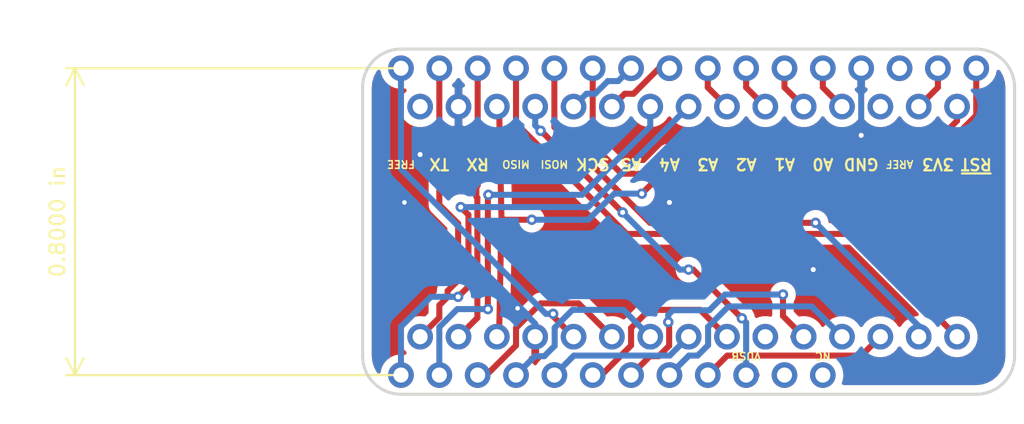
<source format=kicad_pcb>
(kicad_pcb (version 20171130) (host pcbnew 5.1.5-52549c5~84~ubuntu18.04.1)

  (general
    (thickness 1.6)
    (drawings 30)
    (tracks 183)
    (zones 0)
    (modules 4)
    (nets 32)
  )

  (page A4)
  (layers
    (0 F.Cu signal)
    (31 B.Cu signal)
    (32 B.Adhes user)
    (33 F.Adhes user)
    (34 B.Paste user)
    (35 F.Paste user)
    (36 B.SilkS user)
    (37 F.SilkS user)
    (38 B.Mask user)
    (39 F.Mask user)
    (40 Dwgs.User user)
    (41 Cmts.User user)
    (42 Eco1.User user)
    (43 Eco2.User user)
    (44 Edge.Cuts user)
    (45 Margin user)
    (46 B.CrtYd user)
    (47 F.CrtYd user)
    (48 B.Fab user)
    (49 F.Fab user)
  )

  (setup
    (last_trace_width 0.4)
    (user_trace_width 0.1524)
    (user_trace_width 0.2032)
    (user_trace_width 0.4)
    (user_trace_width 0.5)
    (user_trace_width 0.6096)
    (user_trace_width 0.8)
    (user_trace_width 1)
    (user_trace_width 2)
    (trace_clearance 0.1524)
    (zone_clearance 0.508)
    (zone_45_only no)
    (trace_min 0.1524)
    (via_size 0.6)
    (via_drill 0.3)
    (via_min_size 0.6)
    (via_min_drill 0.3)
    (uvia_size 0.6)
    (uvia_drill 0.3)
    (uvias_allowed no)
    (uvia_min_size 0.2)
    (uvia_min_drill 0.1)
    (edge_width 0.15)
    (segment_width 0.2)
    (pcb_text_width 0.3)
    (pcb_text_size 1.5 1.5)
    (mod_edge_width 0.15)
    (mod_text_size 1 1)
    (mod_text_width 0.15)
    (pad_size 1.524 1.524)
    (pad_drill 0.762)
    (pad_to_mask_clearance 0.0508)
    (solder_mask_min_width 0.25)
    (aux_axis_origin 0 0)
    (visible_elements FFFFFF7F)
    (pcbplotparams
      (layerselection 0x010fc_ffffffff)
      (usegerberextensions false)
      (usegerberattributes false)
      (usegerberadvancedattributes false)
      (creategerberjobfile false)
      (excludeedgelayer true)
      (linewidth 0.100000)
      (plotframeref false)
      (viasonmask false)
      (mode 1)
      (useauxorigin false)
      (hpglpennumber 1)
      (hpglpenspeed 20)
      (hpglpendiameter 15.000000)
      (psnegative false)
      (psa4output false)
      (plotreference true)
      (plotvalue true)
      (plotinvisibletext false)
      (padsonsilk false)
      (subtractmaskfromsilk false)
      (outputformat 1)
      (mirror false)
      (drillshape 1)
      (scaleselection 1)
      (outputdirectory ""))
  )

  (net 0 "")
  (net 1 /TX)
  (net 2 /RX)
  (net 3 /A3)
  (net 4 /A2)
  (net 5 /A1)
  (net 6 /A0)
  (net 7 GND)
  (net 8 /AREF)
  (net 9 +3V3)
  (net 10 /EN)
  (net 11 /VBAT)
  (net 12 /~RESET)
  (net 13 /A6)
  (net 14 /A7)
  (net 15 /SCK-D13)
  (net 16 /D2)
  (net 17 +5V)
  (net 18 /D10)
  (net 19 /D9)
  (net 20 /D8)
  (net 21 /D7)
  (net 22 /D6)
  (net 23 /D5)
  (net 24 /D3)
  (net 25 /SCL-A5)
  (net 26 /SDA-A4)
  (net 27 /D4)
  (net 28 /NC)
  (net 29 /D11-MOSI)
  (net 30 /D12-MISO)
  (net 31 /VIN)

  (net_class Default "This is the default net class."
    (clearance 0.1524)
    (trace_width 0.1524)
    (via_dia 0.6)
    (via_drill 0.3)
    (uvia_dia 0.6)
    (uvia_drill 0.3)
    (diff_pair_width 0.1524)
    (diff_pair_gap 0.1524)
    (add_net +3V3)
    (add_net +5V)
    (add_net /A0)
    (add_net /A1)
    (add_net /A2)
    (add_net /A3)
    (add_net /A6)
    (add_net /A7)
    (add_net /AREF)
    (add_net /D10)
    (add_net /D11-MOSI)
    (add_net /D12-MISO)
    (add_net /D2)
    (add_net /D3)
    (add_net /D4)
    (add_net /D5)
    (add_net /D6)
    (add_net /D7)
    (add_net /D8)
    (add_net /D9)
    (add_net /EN)
    (add_net /NC)
    (add_net /RX)
    (add_net /SCK-D13)
    (add_net /SCL-A5)
    (add_net /SDA-A4)
    (add_net /TX)
    (add_net /VBAT)
    (add_net /VIN)
    (add_net /~RESET)
    (add_net GND)
  )

  (net_class Power ""
    (clearance 0.1524)
    (trace_width 0.6096)
    (via_dia 0.6858)
    (via_drill 0.3302)
    (uvia_dia 0.762)
    (uvia_drill 0.508)
  )

  (module Feather_Nano_Brealout:PinSocket_1x15_P2.54mm_Vertical (layer F.Cu) (tedit 5E06CC47) (tstamp 5E06E715)
    (at 123.825 99.06 90)
    (descr "Through hole straight socket strip, 1x15, 2.54mm pitch, single row (from Kicad 4.0.7), script generated")
    (tags "Through hole socket strip THT 1x15 2.54mm single row")
    (path /5E06C052)
    (fp_text reference J3 (at 0 -2.77 90) (layer F.Fab) hide
      (effects (font (size 1 1) (thickness 0.15)))
    )
    (fp_text value Conn_01x15 (at 0 38.33 90) (layer F.Fab) hide
      (effects (font (size 1 1) (thickness 0.15)))
    )
    (fp_text user %R (at 0 17.78 180) (layer F.Fab)
      (effects (font (size 1 1) (thickness 0.15)))
    )
    (fp_line (start -1.27 36.83) (end -1.27 -1.27) (layer F.Fab) (width 0.1))
    (fp_line (start 1.27 36.83) (end -1.27 36.83) (layer F.Fab) (width 0.1))
    (fp_line (start 1.27 -0.635) (end 1.27 36.83) (layer F.Fab) (width 0.1))
    (fp_line (start 0.635 -1.27) (end 1.27 -0.635) (layer F.Fab) (width 0.1))
    (fp_line (start -1.27 -1.27) (end 0.635 -1.27) (layer F.Fab) (width 0.1))
    (pad 15 thru_hole oval (at 0 35.56 90) (size 1.7 1.7) (drill 1) (layers *.Cu *.Mask)
      (net 30 /D12-MISO))
    (pad 14 thru_hole oval (at 0 33.02 90) (size 1.7 1.7) (drill 1) (layers *.Cu *.Mask)
      (net 29 /D11-MOSI))
    (pad 13 thru_hole oval (at 0 30.48 90) (size 1.7 1.7) (drill 1) (layers *.Cu *.Mask)
      (net 18 /D10))
    (pad 12 thru_hole oval (at 0 27.94 90) (size 1.7 1.7) (drill 1) (layers *.Cu *.Mask)
      (net 19 /D9))
    (pad 11 thru_hole oval (at 0 25.4 90) (size 1.7 1.7) (drill 1) (layers *.Cu *.Mask)
      (net 20 /D8))
    (pad 10 thru_hole oval (at 0 22.86 90) (size 1.7 1.7) (drill 1) (layers *.Cu *.Mask)
      (net 21 /D7))
    (pad 9 thru_hole oval (at 0 20.32 90) (size 1.7 1.7) (drill 1) (layers *.Cu *.Mask)
      (net 22 /D6))
    (pad 8 thru_hole oval (at 0 17.78 90) (size 1.7 1.7) (drill 1) (layers *.Cu *.Mask)
      (net 23 /D5))
    (pad 7 thru_hole oval (at 0 15.24 90) (size 1.7 1.7) (drill 1) (layers *.Cu *.Mask)
      (net 27 /D4))
    (pad 6 thru_hole oval (at 0 12.7 90) (size 1.7 1.7) (drill 1) (layers *.Cu *.Mask)
      (net 24 /D3))
    (pad 5 thru_hole oval (at 0 10.16 90) (size 1.7 1.7) (drill 1) (layers *.Cu *.Mask)
      (net 16 /D2))
    (pad 4 thru_hole oval (at 0 7.62 90) (size 1.7 1.7) (drill 1) (layers *.Cu *.Mask)
      (net 7 GND))
    (pad 3 thru_hole oval (at 0 5.08 90) (size 1.7 1.7) (drill 1) (layers *.Cu *.Mask)
      (net 12 /~RESET))
    (pad 2 thru_hole oval (at 0 2.54 90) (size 1.7 1.7) (drill 1) (layers *.Cu *.Mask)
      (net 2 /RX))
    (pad 1 thru_hole circle (at 0 0 90) (size 1.7 1.7) (drill 1) (layers *.Cu *.Mask)
      (net 1 /TX))
    (model ${KISYS3DMOD}/Connector_PinSocket_2.54mm.3dshapes/PinSocket_1x15_P2.54mm_Vertical.wrl
      (at (xyz 0 0 0))
      (scale (xyz 1 1 1))
      (rotate (xyz 0 0 0))
    )
    (model "${KISYS3DMOD}/Module.3dshapes/Arduino Nano 33 IoT.stp"
      (offset (xyz 7.5 -17.5 10.5))
      (scale (xyz 1 1 1))
      (rotate (xyz -90 0 0))
    )
    (model ${KISYS3DMOD}/Connector_PinHeader_2.54mm.3dshapes/PinHeader_1x15_P2.54mm_Vertical.wrl
      (offset (xyz 0 0 9.6))
      (scale (xyz 1 1 1))
      (rotate (xyz 0 180 0))
    )
  )

  (module Feather_Nano_Brealout:PinSocket_1x15_P2.54mm_Vertical (layer F.Cu) (tedit 5E06CC47) (tstamp 5E06E730)
    (at 123.825 83.82 90)
    (descr "Through hole straight socket strip, 1x15, 2.54mm pitch, single row (from Kicad 4.0.7), script generated")
    (tags "Through hole socket strip THT 1x15 2.54mm single row")
    (path /5E070545)
    (fp_text reference J4 (at 0 -2.77 90) (layer F.Fab) hide
      (effects (font (size 1 1) (thickness 0.15)))
    )
    (fp_text value Conn_01x15 (at 0 38.33 90) (layer F.Fab) hide
      (effects (font (size 1 1) (thickness 0.15)))
    )
    (fp_text user %R (at 0 17.78 180) (layer F.Fab)
      (effects (font (size 1 1) (thickness 0.15)))
    )
    (fp_line (start -1.27 36.83) (end -1.27 -1.27) (layer F.Fab) (width 0.1))
    (fp_line (start 1.27 36.83) (end -1.27 36.83) (layer F.Fab) (width 0.1))
    (fp_line (start 1.27 -0.635) (end 1.27 36.83) (layer F.Fab) (width 0.1))
    (fp_line (start 0.635 -1.27) (end 1.27 -0.635) (layer F.Fab) (width 0.1))
    (fp_line (start -1.27 -1.27) (end 0.635 -1.27) (layer F.Fab) (width 0.1))
    (pad 15 thru_hole oval (at 0 35.56 90) (size 1.7 1.7) (drill 1) (layers *.Cu *.Mask)
      (net 15 /SCK-D13))
    (pad 14 thru_hole oval (at 0 33.02 90) (size 1.7 1.7) (drill 1) (layers *.Cu *.Mask)
      (net 9 +3V3))
    (pad 13 thru_hole oval (at 0 30.48 90) (size 1.7 1.7) (drill 1) (layers *.Cu *.Mask)
      (net 8 /AREF))
    (pad 12 thru_hole oval (at 0 27.94 90) (size 1.7 1.7) (drill 1) (layers *.Cu *.Mask)
      (net 6 /A0))
    (pad 11 thru_hole oval (at 0 25.4 90) (size 1.7 1.7) (drill 1) (layers *.Cu *.Mask)
      (net 5 /A1))
    (pad 10 thru_hole oval (at 0 22.86 90) (size 1.7 1.7) (drill 1) (layers *.Cu *.Mask)
      (net 4 /A2))
    (pad 9 thru_hole oval (at 0 20.32 90) (size 1.7 1.7) (drill 1) (layers *.Cu *.Mask)
      (net 3 /A3))
    (pad 8 thru_hole oval (at 0 17.78 90) (size 1.7 1.7) (drill 1) (layers *.Cu *.Mask)
      (net 26 /SDA-A4))
    (pad 7 thru_hole oval (at 0 15.24 90) (size 1.7 1.7) (drill 1) (layers *.Cu *.Mask)
      (net 25 /SCL-A5))
    (pad 6 thru_hole oval (at 0 12.7 90) (size 1.7 1.7) (drill 1) (layers *.Cu *.Mask)
      (net 13 /A6))
    (pad 5 thru_hole oval (at 0 10.16 90) (size 1.7 1.7) (drill 1) (layers *.Cu *.Mask)
      (net 14 /A7))
    (pad 4 thru_hole oval (at 0 7.62 90) (size 1.7 1.7) (drill 1) (layers *.Cu *.Mask)
      (net 17 +5V))
    (pad 3 thru_hole oval (at 0 5.08 90) (size 1.7 1.7) (drill 1) (layers *.Cu *.Mask)
      (net 12 /~RESET))
    (pad 2 thru_hole oval (at 0 2.54 90) (size 1.7 1.7) (drill 1) (layers *.Cu *.Mask)
      (net 7 GND))
    (pad 1 thru_hole circle (at 0 0 90) (size 1.7 1.7) (drill 1) (layers *.Cu *.Mask)
      (net 31 /VIN))
    (model ${KISYS3DMOD}/Connector_PinSocket_2.54mm.3dshapes/PinSocket_1x15_P2.54mm_Vertical.wrl
      (at (xyz 0 0 0))
      (scale (xyz 1 1 1))
      (rotate (xyz 0 0 0))
    )
  )

  (module Feather_Nano_Brealout:PinHeader_1x16_P2.54mm_Vertical (layer B.Cu) (tedit 5E068DC1) (tstamp 5E06E6CD)
    (at 122.555 81.28 270)
    (descr "Through hole straight pin header, 1x16, 2.54mm pitch, single row")
    (tags "Through hole pin header THT 1x16 2.54mm single row")
    (path /5D375C76)
    (fp_text reference J1 (at 0 2.33 90) (layer B.Fab) hide
      (effects (font (size 1 1) (thickness 0.15)) (justify mirror))
    )
    (fp_text value "feather long" (at 0 -40.43 90) (layer B.Fab) hide
      (effects (font (size 1 1) (thickness 0.15)) (justify mirror))
    )
    (fp_text user %R (at 0 -19.05 180) (layer B.Fab)
      (effects (font (size 1 1) (thickness 0.15)) (justify mirror))
    )
    (fp_line (start -1.27 0.635) (end -0.635 1.27) (layer B.Fab) (width 0.1))
    (fp_line (start -1.27 -39.37) (end -1.27 0.635) (layer B.Fab) (width 0.1))
    (fp_line (start 1.27 -39.37) (end -1.27 -39.37) (layer B.Fab) (width 0.1))
    (fp_line (start 1.27 1.27) (end 1.27 -39.37) (layer B.Fab) (width 0.1))
    (fp_line (start -0.635 1.27) (end 1.27 1.27) (layer B.Fab) (width 0.1))
    (pad 16 thru_hole oval (at 0 -38.1 270) (size 1.7 1.7) (drill 1) (layers *.Cu *.Mask)
      (net 12 /~RESET))
    (pad 15 thru_hole oval (at 0 -35.56 270) (size 1.7 1.7) (drill 1) (layers *.Cu *.Mask)
      (net 9 +3V3))
    (pad 14 thru_hole oval (at 0 -33.02 270) (size 1.7 1.7) (drill 1) (layers *.Cu *.Mask)
      (net 28 /NC))
    (pad 13 thru_hole oval (at 0 -30.48 270) (size 1.7 1.7) (drill 1) (layers *.Cu *.Mask)
      (net 7 GND))
    (pad 12 thru_hole oval (at 0 -27.94 270) (size 1.7 1.7) (drill 1) (layers *.Cu *.Mask)
      (net 6 /A0))
    (pad 11 thru_hole oval (at 0 -25.4 270) (size 1.7 1.7) (drill 1) (layers *.Cu *.Mask)
      (net 5 /A1))
    (pad 10 thru_hole oval (at 0 -22.86 270) (size 1.7 1.7) (drill 1) (layers *.Cu *.Mask)
      (net 4 /A2))
    (pad 9 thru_hole oval (at 0 -20.32 270) (size 1.7 1.7) (drill 1) (layers *.Cu *.Mask)
      (net 3 /A3))
    (pad 8 thru_hole oval (at 0 -17.78 270) (size 1.7 1.7) (drill 1) (layers *.Cu *.Mask)
      (net 13 /A6))
    (pad 7 thru_hole oval (at 0 -15.24 270) (size 1.7 1.7) (drill 1) (layers *.Cu *.Mask)
      (net 14 /A7))
    (pad 6 thru_hole oval (at 0 -12.7 270) (size 1.7 1.7) (drill 1) (layers *.Cu *.Mask)
      (net 15 /SCK-D13))
    (pad 5 thru_hole oval (at 0 -10.16 270) (size 1.7 1.7) (drill 1) (layers *.Cu *.Mask)
      (net 29 /D11-MOSI))
    (pad 4 thru_hole oval (at 0 -7.62 270) (size 1.7 1.7) (drill 1) (layers *.Cu *.Mask)
      (net 30 /D12-MISO))
    (pad 3 thru_hole oval (at 0 -5.08 270) (size 1.7 1.7) (drill 1) (layers *.Cu *.Mask)
      (net 2 /RX))
    (pad 2 thru_hole oval (at 0 -2.54 270) (size 1.7 1.7) (drill 1) (layers *.Cu *.Mask)
      (net 1 /TX))
    (pad 1 thru_hole circle (at 0 0 270) (size 1.7 1.7) (drill 1) (layers *.Cu *.Mask)
      (net 16 /D2))
    (model ${KISYS3DMOD}/Connector_PinHeader_2.54mm.3dshapes/PinHeader_1x16_P2.54mm_Vertical.wrl
      (at (xyz 0 0 0))
      (scale (xyz 1 1 1))
      (rotate (xyz 0 0 0))
    )
  )

  (module Feather_Nano_Brealout:PinHeader_1x12_P2.54mm_Vertical (layer B.Cu) (tedit 5E068D93) (tstamp 5E06E6E6)
    (at 122.555 101.6 270)
    (descr "Through hole straight pin header, 1x12, 2.54mm pitch, single row")
    (tags "Through hole pin header THT 1x12 2.54mm single row")
    (path /5D375CC4)
    (fp_text reference J2 (at 0 2.33 90) (layer B.Fab) hide
      (effects (font (size 1 1) (thickness 0.15)) (justify mirror))
    )
    (fp_text value "feather short" (at 0 -30.27 90) (layer B.Fab) hide
      (effects (font (size 1 1) (thickness 0.15)) (justify mirror))
    )
    (fp_text user %R (at 0 -13.97 180) (layer B.Fab)
      (effects (font (size 1 1) (thickness 0.15)) (justify mirror))
    )
    (fp_line (start -1.27 0.635) (end -0.635 1.27) (layer B.Fab) (width 0.1))
    (fp_line (start -1.27 -29.21) (end -1.27 0.635) (layer B.Fab) (width 0.1))
    (fp_line (start 1.27 -29.21) (end -1.27 -29.21) (layer B.Fab) (width 0.1))
    (fp_line (start 1.27 1.27) (end 1.27 -29.21) (layer B.Fab) (width 0.1))
    (fp_line (start -0.635 1.27) (end 1.27 1.27) (layer B.Fab) (width 0.1))
    (pad 12 thru_hole oval (at 0 -27.94 270) (size 1.7 1.7) (drill 1) (layers *.Cu *.Mask)
      (net 11 /VBAT))
    (pad 11 thru_hole oval (at 0 -25.4 270) (size 1.7 1.7) (drill 1) (layers *.Cu *.Mask)
      (net 10 /EN))
    (pad 10 thru_hole oval (at 0 -22.86 270) (size 1.7 1.7) (drill 1) (layers *.Cu *.Mask)
      (net 17 +5V))
    (pad 9 thru_hole oval (at 0 -20.32 270) (size 1.7 1.7) (drill 1) (layers *.Cu *.Mask)
      (net 18 /D10))
    (pad 8 thru_hole oval (at 0 -17.78 270) (size 1.7 1.7) (drill 1) (layers *.Cu *.Mask)
      (net 19 /D9))
    (pad 7 thru_hole oval (at 0 -15.24 270) (size 1.7 1.7) (drill 1) (layers *.Cu *.Mask)
      (net 20 /D8))
    (pad 6 thru_hole oval (at 0 -12.7 270) (size 1.7 1.7) (drill 1) (layers *.Cu *.Mask)
      (net 22 /D6))
    (pad 5 thru_hole oval (at 0 -10.16 270) (size 1.7 1.7) (drill 1) (layers *.Cu *.Mask)
      (net 23 /D5))
    (pad 4 thru_hole oval (at 0 -7.62 270) (size 1.7 1.7) (drill 1) (layers *.Cu *.Mask)
      (net 27 /D4))
    (pad 3 thru_hole oval (at 0 -5.08 270) (size 1.7 1.7) (drill 1) (layers *.Cu *.Mask)
      (net 24 /D3))
    (pad 2 thru_hole oval (at 0 -2.54 270) (size 1.7 1.7) (drill 1) (layers *.Cu *.Mask)
      (net 25 /SCL-A5))
    (pad 1 thru_hole circle (at 0 0 270) (size 1.7 1.7) (drill 1) (layers *.Cu *.Mask)
      (net 26 /SDA-A4))
    (model ${KISYS3DMOD}/Connector_PinHeader_2.54mm.3dshapes/PinHeader_1x12_P2.54mm_Vertical.wrl
      (at (xyz 0 0 0))
      (scale (xyz 1 1 1))
      (rotate (xyz 0 0 0))
    )
  )

  (dimension 27.94 (width 0.15) (layer F.Fab)
    (gr_text "27.940 mm" (at 102.205 90.805 90) (layer F.Fab)
      (effects (font (size 1 1) (thickness 0.15)))
    )
    (feature1 (pts (xy 122.555 76.835) (xy 102.918579 76.835)))
    (feature2 (pts (xy 122.555 104.775) (xy 102.918579 104.775)))
    (crossbar (pts (xy 103.505 104.775) (xy 103.505 76.835)))
    (arrow1a (pts (xy 103.505 76.835) (xy 104.091421 77.961504)))
    (arrow1b (pts (xy 103.505 76.835) (xy 102.918579 77.961504)))
    (arrow2a (pts (xy 103.505 104.775) (xy 104.091421 103.648496)))
    (arrow2b (pts (xy 103.505 104.775) (xy 102.918579 103.648496)))
  )
  (dimension 22.86 (width 0.15) (layer F.Fab)
    (gr_text "22.860 mm" (at 104.745 91.44 90) (layer F.Fab)
      (effects (font (size 1 1) (thickness 0.15)))
    )
    (feature1 (pts (xy 122.555 80.01) (xy 105.458579 80.01)))
    (feature2 (pts (xy 122.555 102.87) (xy 105.458579 102.87)))
    (crossbar (pts (xy 106.045 102.87) (xy 106.045 80.01)))
    (arrow1a (pts (xy 106.045 80.01) (xy 106.631421 81.136504)))
    (arrow1b (pts (xy 106.045 80.01) (xy 105.458579 81.136504)))
    (arrow2a (pts (xy 106.045 102.87) (xy 106.631421 101.743496)))
    (arrow2b (pts (xy 106.045 102.87) (xy 105.458579 101.743496)))
  )
  (dimension 15.24 (width 0.15) (layer F.Fab)
    (gr_text "15.240 mm" (at 108.555 91.44 90) (layer F.Fab)
      (effects (font (size 1 1) (thickness 0.15)))
    )
    (feature1 (pts (xy 123.825 83.82) (xy 109.268579 83.82)))
    (feature2 (pts (xy 123.825 99.06) (xy 109.268579 99.06)))
    (crossbar (pts (xy 109.855 99.06) (xy 109.855 83.82)))
    (arrow1a (pts (xy 109.855 83.82) (xy 110.441421 84.946504)))
    (arrow1b (pts (xy 109.855 83.82) (xy 109.268579 84.946504)))
    (arrow2a (pts (xy 109.855 99.06) (xy 110.441421 97.933496)))
    (arrow2b (pts (xy 109.855 99.06) (xy 109.268579 97.933496)))
  )
  (dimension 20.32 (width 0.15) (layer F.SilkS)
    (gr_text "20.320 mm" (at 99.665 91.44 90) (layer F.SilkS)
      (effects (font (size 1 1) (thickness 0.15)))
    )
    (feature1 (pts (xy 122.555 81.28) (xy 100.378579 81.28)))
    (feature2 (pts (xy 122.555 101.6) (xy 100.378579 101.6)))
    (crossbar (pts (xy 100.965 101.6) (xy 100.965 81.28)))
    (arrow1a (pts (xy 100.965 81.28) (xy 101.551421 82.406504)))
    (arrow1b (pts (xy 100.965 81.28) (xy 100.378579 82.406504)))
    (arrow2a (pts (xy 100.965 101.6) (xy 101.551421 100.473496)))
    (arrow2b (pts (xy 100.965 101.6) (xy 100.378579 100.473496)))
  )
  (gr_text VUSB (at 145.415 100.33 180) (layer F.SilkS) (tstamp 5D4FC291)
    (effects (font (size 0.5 0.5) (thickness 0.1)))
  )
  (gr_text NC (at 150.495 100.33 180) (layer F.SilkS) (tstamp 5D4FC28C)
    (effects (font (size 0.5 0.5) (thickness 0.1)))
  )
  (gr_text FREE (at 122.555 87.63 180) (layer F.SilkS) (tstamp 5D4FC245)
    (effects (font (size 0.5 0.5) (thickness 0.1)))
  )
  (gr_text TX (at 125.095 87.63 180) (layer F.SilkS) (tstamp 5D4FC240)
    (effects (font (size 0.75 0.75) (thickness 0.15)))
  )
  (gr_text RX (at 127.635 87.63 180) (layer F.SilkS) (tstamp 5D4FC23B)
    (effects (font (size 0.75 0.75) (thickness 0.15)))
  )
  (gr_text MISO (at 130.175 87.63 180) (layer F.SilkS) (tstamp 5D4FC236)
    (effects (font (size 0.5 0.5) (thickness 0.1)))
  )
  (gr_text MOSI (at 132.715 87.63 180) (layer F.SilkS) (tstamp 5D4FC231)
    (effects (font (size 0.5 0.5) (thickness 0.1)))
  )
  (gr_text SCK (at 135.255 87.63 180) (layer F.SilkS) (tstamp 5D4FC22C)
    (effects (font (size 0.75 0.75) (thickness 0.15)))
  )
  (gr_text A5 (at 137.795 87.63 180) (layer F.SilkS) (tstamp 5D4FC21D)
    (effects (font (size 0.75 0.75) (thickness 0.15)))
  )
  (gr_text A4 (at 140.335 87.63 180) (layer F.SilkS) (tstamp 5D4FC21B)
    (effects (font (size 0.75 0.75) (thickness 0.15)))
  )
  (gr_text A3 (at 142.875 87.63 180) (layer F.SilkS) (tstamp 5D4FC219)
    (effects (font (size 0.75 0.75) (thickness 0.15)))
  )
  (gr_text A2 (at 145.415 87.63 180) (layer F.SilkS) (tstamp 5D4FC217)
    (effects (font (size 0.75 0.75) (thickness 0.15)))
  )
  (gr_text A1 (at 147.955 87.63 180) (layer F.SilkS) (tstamp 5D4FC212)
    (effects (font (size 0.75 0.75) (thickness 0.15)))
  )
  (gr_text A0 (at 150.495 87.63 180) (layer F.SilkS) (tstamp 5D4FC20D)
    (effects (font (size 0.75 0.75) (thickness 0.15)))
  )
  (gr_text GND (at 153.035 87.63 180) (layer F.SilkS) (tstamp 5D4FC208)
    (effects (font (size 0.75 0.75) (thickness 0.15)))
  )
  (gr_text AREF (at 155.575 87.63 180) (layer F.SilkS) (tstamp 5D4FC203)
    (effects (font (size 0.5 0.5) (thickness 0.1)))
  )
  (gr_text 3V3 (at 158.115 87.63 180) (layer F.SilkS) (tstamp 5D4FC1FE)
    (effects (font (size 0.75 0.75) (thickness 0.15)))
  )
  (gr_text ~RST (at 160.655 87.63 180) (layer F.SilkS)
    (effects (font (size 0.75 0.75) (thickness 0.15)))
  )
  (gr_arc (start 122.555 100.33) (end 120.015 100.33) (angle -90) (layer Edge.Cuts) (width 0.2))
  (gr_arc (start 122.555 82.55) (end 122.555 80.01) (angle -90) (layer Edge.Cuts) (width 0.2))
  (gr_arc (start 160.655 82.55) (end 163.195 82.55) (angle -90) (layer Edge.Cuts) (width 0.2))
  (gr_arc (start 160.655 100.33) (end 160.655 102.87) (angle -90) (layer Edge.Cuts) (width 0.2))
  (gr_line (start 163.195 82.55) (end 163.195 100.33) (layer Edge.Cuts) (width 0.2))
  (gr_line (start 122.555 80.01) (end 160.655 80.01) (layer Edge.Cuts) (width 0.2))
  (gr_line (start 120.015 100.33) (end 120.015 82.55) (layer Edge.Cuts) (width 0.2))
  (gr_line (start 160.655 102.87) (end 122.555 102.87) (layer Edge.Cuts) (width 0.2))

  (segment (start 123.825 99.06) (end 125.095 97.79) (width 0.4) (layer F.Cu) (net 1))
  (segment (start 125.644299 96.427901) (end 125.644299 96.021501) (width 0.4) (layer F.Cu) (net 1))
  (segment (start 125.095 97.79) (end 125.095 96.9772) (width 0.4) (layer F.Cu) (net 1))
  (segment (start 125.095 96.9772) (end 125.644299 96.427901) (width 0.4) (layer F.Cu) (net 1))
  (segment (start 125.644299 96.021501) (end 126.3396 95.3262) (width 0.4) (layer F.Cu) (net 1))
  (segment (start 126.3396 95.3262) (end 126.3396 91.567) (width 0.4) (layer F.Cu) (net 1))
  (segment (start 125.095 90.3224) (end 125.095 81.28) (width 0.4) (layer F.Cu) (net 1))
  (segment (start 126.3396 91.567) (end 125.095 90.3224) (width 0.4) (layer F.Cu) (net 1))
  (segment (start 127.549298 89.792546) (end 127.549298 89.125054) (width 0.4) (layer F.Cu) (net 2))
  (segment (start 126.365 99.06) (end 127.615001 97.809999) (width 0.4) (layer F.Cu) (net 2))
  (segment (start 127.615001 97.809999) (end 127.615001 89.858249) (width 0.4) (layer F.Cu) (net 2))
  (segment (start 127.615001 89.858249) (end 127.549298 89.792546) (width 0.4) (layer F.Cu) (net 2))
  (segment (start 127.635 82.482081) (end 127.635 81.28) (width 0.4) (layer F.Cu) (net 2))
  (segment (start 127.635 89.039352) (end 127.635 82.482081) (width 0.4) (layer F.Cu) (net 2))
  (segment (start 127.549298 89.125054) (end 127.635 89.039352) (width 0.4) (layer F.Cu) (net 2))
  (segment (start 142.875 82.55) (end 144.145 83.82) (width 0.4) (layer F.Cu) (net 3))
  (segment (start 142.875 81.28) (end 142.875 82.55) (width 0.4) (layer F.Cu) (net 3))
  (segment (start 145.415 82.55) (end 146.685 83.82) (width 0.4) (layer F.Cu) (net 4))
  (segment (start 145.415 81.28) (end 145.415 82.55) (width 0.4) (layer F.Cu) (net 4))
  (segment (start 147.955 82.55) (end 149.225 83.82) (width 0.4) (layer F.Cu) (net 5))
  (segment (start 147.955 81.28) (end 147.955 82.55) (width 0.4) (layer F.Cu) (net 5))
  (segment (start 150.495 82.55) (end 151.765 83.82) (width 0.4) (layer F.Cu) (net 6))
  (segment (start 150.495 81.28) (end 150.495 82.55) (width 0.4) (layer F.Cu) (net 6))
  (segment (start 126.365 83.82) (end 126.365 86.995) (width 0.4) (layer F.Cu) (net 7))
  (via (at 149.86 94.615) (size 0.6858) (drill 0.3302) (layers F.Cu B.Cu) (net 7))
  (via (at 153.035 85.725) (size 0.6858) (drill 0.3302) (layers F.Cu B.Cu) (net 7))
  (segment (start 131.445 99.06) (end 131.445 98.1964) (width 0.4) (layer B.Cu) (net 7))
  (via (at 130.2766 97.1804) (size 0.6) (drill 0.3) (layers F.Cu B.Cu) (net 7))
  (segment (start 131.445 98.1964) (end 130.429 97.1804) (width 0.4) (layer B.Cu) (net 7))
  (segment (start 130.429 97.1804) (end 130.2766 97.1804) (width 0.4) (layer B.Cu) (net 7))
  (segment (start 123.825 86.995) (end 121.905047 88.914953) (width 0.4) (layer F.Cu) (net 7))
  (segment (start 121.905047 88.914953) (end 121.85969 88.914953) (width 0.4) (layer F.Cu) (net 7))
  (via (at 123.825 86.995) (size 0.6858) (drill 0.3302) (layers F.Cu B.Cu) (net 7))
  (via (at 140.335 90.17) (size 0.6858) (drill 0.3302) (layers F.Cu B.Cu) (net 7))
  (via (at 122.7836 90.17) (size 0.6) (drill 0.3) (layers F.Cu B.Cu) (net 7))
  (segment (start 153.035 82.482081) (end 153.035 85.725) (width 0.4) (layer B.Cu) (net 7))
  (segment (start 153.035 81.28) (end 153.035 82.482081) (width 0.4) (layer B.Cu) (net 7))
  (segment (start 158.115 82.55) (end 156.845 83.82) (width 0.4) (layer F.Cu) (net 9))
  (segment (start 158.115 81.28) (end 158.115 82.55) (width 0.4) (layer F.Cu) (net 9))
  (segment (start 129.0574 98.9076) (end 128.905 99.06) (width 0.4) (layer F.Cu) (net 12))
  (segment (start 128.905 83.82) (end 129.0574 83.9724) (width 0.4) (layer F.Cu) (net 12))
  (via (at 138.5062 89.5858) (size 0.6858) (drill 0.3302) (layers F.Cu B.Cu) (net 12))
  (via (at 131.2164 91.313) (size 0.6858) (drill 0.3302) (layers F.Cu B.Cu) (net 12))
  (segment (start 134.960542 91.313) (end 131.2164 91.313) (width 0.4) (layer B.Cu) (net 12))
  (segment (start 138.5062 89.5858) (end 136.687742 89.5858) (width 0.4) (layer B.Cu) (net 12))
  (segment (start 136.687742 89.5858) (end 134.960542 91.313) (width 0.4) (layer B.Cu) (net 12))
  (segment (start 129.3622 91.313) (end 129.2098 91.1606) (width 0.4) (layer F.Cu) (net 12))
  (segment (start 131.2164 91.313) (end 129.3622 91.313) (width 0.4) (layer F.Cu) (net 12))
  (segment (start 129.0574 83.9724) (end 129.2098 91.1606) (width 0.4) (layer F.Cu) (net 12))
  (segment (start 129.2098 91.1606) (end 129.0574 98.9076) (width 0.4) (layer F.Cu) (net 12))
  (segment (start 140.462 87.63) (end 138.5062 89.5858) (width 0.4) (layer F.Cu) (net 12))
  (segment (start 160.655 81.28) (end 160.655 84.400002) (width 0.4) (layer F.Cu) (net 12))
  (segment (start 157.425002 87.63) (end 140.462 87.63) (width 0.4) (layer F.Cu) (net 12))
  (segment (start 160.655 84.400002) (end 157.425002 87.63) (width 0.4) (layer F.Cu) (net 12))
  (segment (start 137.374999 82.970001) (end 136.525 83.82) (width 0.4) (layer F.Cu) (net 13))
  (segment (start 137.955001 82.970001) (end 137.374999 82.970001) (width 0.4) (layer F.Cu) (net 13))
  (segment (start 139.645002 81.28) (end 137.955001 82.970001) (width 0.4) (layer F.Cu) (net 13))
  (segment (start 140.335 81.28) (end 139.645002 81.28) (width 0.4) (layer F.Cu) (net 13))
  (segment (start 134.834999 82.970001) (end 133.985 83.82) (width 0.4) (layer B.Cu) (net 14))
  (segment (start 135.415001 82.970001) (end 134.834999 82.970001) (width 0.4) (layer B.Cu) (net 14))
  (segment (start 136.255003 82.129999) (end 135.415001 82.970001) (width 0.4) (layer B.Cu) (net 14))
  (segment (start 136.945001 82.129999) (end 136.255003 82.129999) (width 0.4) (layer B.Cu) (net 14))
  (segment (start 137.795 81.28) (end 136.945001 82.129999) (width 0.4) (layer B.Cu) (net 14))
  (segment (start 159.385 84.7598) (end 159.385 83.82) (width 0.4) (layer F.Cu) (net 15))
  (segment (start 135.255 86.36) (end 137.16 88.265) (width 0.4) (layer F.Cu) (net 15))
  (segment (start 137.16 88.265) (end 138.978458 88.265) (width 0.4) (layer F.Cu) (net 15))
  (segment (start 140.248458 86.995) (end 157.1498 86.995) (width 0.4) (layer F.Cu) (net 15))
  (segment (start 157.1498 86.995) (end 159.385 84.7598) (width 0.4) (layer F.Cu) (net 15))
  (segment (start 135.255 81.28) (end 135.255 86.36) (width 0.4) (layer F.Cu) (net 15))
  (segment (start 138.978458 88.265) (end 140.248458 86.995) (width 0.4) (layer F.Cu) (net 15))
  (segment (start 122.555 87.949154) (end 132.151356 97.54551) (width 0.4) (layer B.Cu) (net 16))
  (segment (start 133.985 99.06) (end 132.636289 97.711289) (width 0.4) (layer F.Cu) (net 16))
  (segment (start 132.151356 97.54551) (end 132.636289 97.54551) (width 0.4) (layer B.Cu) (net 16))
  (segment (start 122.555 81.28) (end 122.555 87.949154) (width 0.4) (layer B.Cu) (net 16))
  (segment (start 132.636289 97.711289) (end 132.636289 97.54551) (width 0.4) (layer F.Cu) (net 16))
  (via (at 132.636289 97.54551) (size 0.6858) (drill 0.3302) (layers F.Cu B.Cu) (net 16))
  (segment (start 145.415 101.6) (end 146.104998 101.6) (width 0.4) (layer F.Cu) (net 17))
  (segment (start 145.415 101.6) (end 145.415 98.1202) (width 0.4) (layer B.Cu) (net 17))
  (via (at 145.1356 97.8408) (size 0.6858) (drill 0.3302) (layers F.Cu B.Cu) (net 17))
  (segment (start 145.415 98.1202) (end 145.1356 97.8408) (width 0.4) (layer B.Cu) (net 17))
  (via (at 141.604994 94.615) (size 0.6858) (drill 0.3302) (layers F.Cu B.Cu) (net 17))
  (segment (start 141.9098 94.615) (end 141.604994 94.615) (width 0.4) (layer F.Cu) (net 17))
  (segment (start 145.1356 97.8408) (end 141.9098 94.615) (width 0.4) (layer F.Cu) (net 17))
  (via (at 137.2362 90.8304) (size 0.6858) (drill 0.3302) (layers F.Cu B.Cu) (net 17))
  (segment (start 141.604994 94.615) (end 141.0208 94.615) (width 0.4) (layer B.Cu) (net 17))
  (segment (start 141.0208 94.615) (end 137.579099 91.173299) (width 0.4) (layer B.Cu) (net 17))
  (segment (start 137.579099 91.173299) (end 137.2362 90.8304) (width 0.4) (layer B.Cu) (net 17))
  (via (at 131.8006 85.4202) (size 0.6858) (drill 0.3302) (layers F.Cu B.Cu) (net 17))
  (segment (start 131.826 85.4202) (end 131.8006 85.4202) (width 0.4) (layer F.Cu) (net 17))
  (segment (start 131.457701 85.077301) (end 131.8006 85.4202) (width 0.4) (layer B.Cu) (net 17))
  (segment (start 131.445 83.82) (end 131.445 85.0646) (width 0.4) (layer B.Cu) (net 17))
  (segment (start 131.445 85.0646) (end 131.457701 85.077301) (width 0.4) (layer B.Cu) (net 17))
  (segment (start 137.2362 90.8304) (end 131.826 85.4202) (width 0.4) (layer F.Cu) (net 17))
  (segment (start 153.455001 99.909999) (end 154.305 99.06) (width 0.4) (layer F.Cu) (net 18))
  (segment (start 144.164999 100.310001) (end 153.054999 100.310001) (width 0.4) (layer F.Cu) (net 18))
  (segment (start 153.054999 100.310001) (end 153.455001 99.909999) (width 0.4) (layer F.Cu) (net 18))
  (segment (start 142.875 101.6) (end 144.164999 100.310001) (width 0.4) (layer F.Cu) (net 18))
  (segment (start 149.7584 97.0534) (end 150.915001 98.210001) (width 0.4) (layer B.Cu) (net 19))
  (segment (start 150.915001 98.210001) (end 151.765 99.06) (width 0.4) (layer B.Cu) (net 19))
  (segment (start 141.624999 100.310001) (end 142.205001 100.310001) (width 0.4) (layer B.Cu) (net 19))
  (segment (start 140.335 101.6) (end 141.624999 100.310001) (width 0.4) (layer B.Cu) (net 19))
  (segment (start 142.894999 98.405001) (end 144.2466 97.0534) (width 0.4) (layer B.Cu) (net 19))
  (segment (start 142.205001 100.310001) (end 142.894999 99.620003) (width 0.4) (layer B.Cu) (net 19))
  (segment (start 144.2466 97.0534) (end 149.7584 97.0534) (width 0.4) (layer B.Cu) (net 19))
  (segment (start 142.894999 99.620003) (end 142.894999 98.405001) (width 0.4) (layer B.Cu) (net 19))
  (segment (start 138.644999 100.750001) (end 137.795 101.6) (width 0.4) (layer F.Cu) (net 20))
  (segment (start 139.045001 100.349999) (end 138.644999 100.750001) (width 0.4) (layer F.Cu) (net 20))
  (segment (start 149.225 99.06) (end 148.535002 99.06) (width 0.4) (layer F.Cu) (net 20))
  (via (at 140.2588 98.0948) (size 0.6858) (drill 0.3302) (layers F.Cu B.Cu) (net 20))
  (segment (start 140.315001 98.151001) (end 140.2588 98.0948) (width 0.4) (layer F.Cu) (net 20))
  (segment (start 140.315001 99.660001) (end 140.315001 98.151001) (width 0.4) (layer F.Cu) (net 20))
  (segment (start 139.045001 100.349999) (end 139.625003 100.349999) (width 0.4) (layer F.Cu) (net 20))
  (segment (start 139.625003 100.349999) (end 140.315001 99.660001) (width 0.4) (layer F.Cu) (net 20))
  (segment (start 149.225 99.06) (end 147.8534 97.6884) (width 0.4) (layer F.Cu) (net 20))
  (via (at 147.8534 96.266) (size 0.6858) (drill 0.3302) (layers F.Cu B.Cu) (net 20))
  (segment (start 147.8534 97.6884) (end 147.8534 96.266) (width 0.4) (layer F.Cu) (net 20))
  (segment (start 140.2588 98.0948) (end 140.3096 98.0948) (width 0.4) (layer B.Cu) (net 20))
  (segment (start 142.9766 97.3074) (end 144.018 96.266) (width 0.4) (layer B.Cu) (net 20))
  (segment (start 140.561267 97.3074) (end 142.9766 97.3074) (width 0.4) (layer B.Cu) (net 20))
  (segment (start 147.368467 96.266) (end 147.8534 96.266) (width 0.4) (layer B.Cu) (net 20))
  (segment (start 144.018 96.266) (end 147.368467 96.266) (width 0.4) (layer B.Cu) (net 20))
  (segment (start 140.2588 98.0948) (end 140.2588 97.609867) (width 0.4) (layer B.Cu) (net 20))
  (segment (start 140.2588 97.609867) (end 140.561267 97.3074) (width 0.4) (layer B.Cu) (net 20))
  (segment (start 143.295001 98.210001) (end 144.145 99.06) (width 0.4) (layer F.Cu) (net 22))
  (segment (start 135.835002 101.6) (end 137.795 99.640002) (width 0.4) (layer F.Cu) (net 22))
  (segment (start 135.255 101.6) (end 135.835002 101.6) (width 0.4) (layer F.Cu) (net 22))
  (segment (start 137.795 99.640002) (end 137.795 98.479998) (width 0.4) (layer F.Cu) (net 22))
  (segment (start 137.795 98.479998) (end 138.992998 97.282) (width 0.4) (layer F.Cu) (net 22))
  (segment (start 138.992998 97.282) (end 142.367 97.282) (width 0.4) (layer F.Cu) (net 22))
  (segment (start 142.367 97.282) (end 143.295001 98.210001) (width 0.4) (layer F.Cu) (net 22))
  (segment (start 140.755001 99.909999) (end 141.605 99.06) (width 0.4) (layer B.Cu) (net 23))
  (segment (start 140.354999 100.310001) (end 140.755001 99.909999) (width 0.4) (layer B.Cu) (net 23))
  (segment (start 134.004999 100.310001) (end 140.354999 100.310001) (width 0.4) (layer B.Cu) (net 23))
  (segment (start 132.715 101.6) (end 134.004999 100.310001) (width 0.4) (layer B.Cu) (net 23))
  (segment (start 134.3152 96.8502) (end 135.675001 98.210001) (width 0.4) (layer F.Cu) (net 24))
  (segment (start 131.804798 96.8502) (end 134.3152 96.8502) (width 0.4) (layer F.Cu) (net 24))
  (segment (start 130.175 99.640002) (end 130.175 98.479998) (width 0.4) (layer F.Cu) (net 24))
  (segment (start 128.215002 101.6) (end 130.175 99.640002) (width 0.4) (layer F.Cu) (net 24))
  (segment (start 130.175 98.479998) (end 131.804798 96.8502) (width 0.4) (layer F.Cu) (net 24))
  (segment (start 127.635 101.6) (end 128.215002 101.6) (width 0.4) (layer F.Cu) (net 24))
  (segment (start 135.675001 98.210001) (end 136.525 99.06) (width 0.4) (layer F.Cu) (net 24))
  (via (at 128.310311 97.2312) (size 0.6858) (drill 0.3302) (layers F.Cu B.Cu) (net 25))
  (segment (start 125.095 101.6) (end 125.095 98.422667) (width 0.4) (layer B.Cu) (net 25))
  (segment (start 125.095 98.422667) (end 126.286467 97.2312) (width 0.4) (layer B.Cu) (net 25))
  (segment (start 127.825378 97.2312) (end 128.310311 97.2312) (width 0.4) (layer B.Cu) (net 25))
  (segment (start 126.286467 97.2312) (end 127.825378 97.2312) (width 0.4) (layer B.Cu) (net 25))
  (segment (start 128.310311 97.2312) (end 128.310311 89.697893) (width 0.4) (layer F.Cu) (net 25))
  (segment (start 128.310311 89.697893) (end 128.346204 89.662) (width 0.4) (layer F.Cu) (net 25))
  (via (at 128.346204 89.662) (size 0.6858) (drill 0.3302) (layers F.Cu B.Cu) (net 25))
  (segment (start 134.5438 89.662) (end 128.346204 89.662) (width 0.4) (layer B.Cu) (net 25))
  (segment (start 139.065 85.1408) (end 134.5438 89.662) (width 0.4) (layer B.Cu) (net 25))
  (segment (start 139.065 83.82) (end 139.065 85.1408) (width 0.4) (layer B.Cu) (net 25))
  (via (at 126.51109 90.4748) (size 0.6858) (drill 0.3302) (layers F.Cu B.Cu) (net 26))
  (segment (start 122.555 98.397267) (end 124.533867 96.4184) (width 0.4) (layer B.Cu) (net 26))
  (segment (start 124.533867 96.4184) (end 125.854667 96.4184) (width 0.4) (layer B.Cu) (net 26))
  (segment (start 122.555 101.6) (end 122.555 98.397267) (width 0.4) (layer B.Cu) (net 26))
  (via (at 126.3396 96.4184) (size 0.6858) (drill 0.3302) (layers F.Cu B.Cu) (net 26))
  (segment (start 125.854667 96.4184) (end 126.3396 96.4184) (width 0.4) (layer B.Cu) (net 26))
  (segment (start 127.0254 95.7326) (end 126.3396 96.4184) (width 0.4) (layer F.Cu) (net 26))
  (segment (start 126.51109 90.4748) (end 127.0254 90.98911) (width 0.4) (layer F.Cu) (net 26))
  (segment (start 127.0254 90.98911) (end 127.0254 95.7326) (width 0.4) (layer F.Cu) (net 26))
  (segment (start 141.605 83.82) (end 134.9502 90.4748) (width 0.4) (layer B.Cu) (net 26))
  (segment (start 134.9502 90.4748) (end 126.51109 90.4748) (width 0.4) (layer B.Cu) (net 26))
  (segment (start 137.287 97.282) (end 138.215001 98.210001) (width 0.4) (layer B.Cu) (net 27))
  (segment (start 131.425001 100.349999) (end 132.045001 100.349999) (width 0.4) (layer B.Cu) (net 27))
  (segment (start 138.215001 98.210001) (end 139.065 99.06) (width 0.4) (layer B.Cu) (net 27))
  (segment (start 130.175 101.6) (end 131.425001 100.349999) (width 0.4) (layer B.Cu) (net 27))
  (segment (start 132.734999 99.660001) (end 132.734999 98.459999) (width 0.4) (layer B.Cu) (net 27))
  (segment (start 132.045001 100.349999) (end 132.734999 99.660001) (width 0.4) (layer B.Cu) (net 27))
  (segment (start 132.734999 98.459999) (end 133.912998 97.282) (width 0.4) (layer B.Cu) (net 27))
  (segment (start 133.912998 97.282) (end 137.287 97.282) (width 0.4) (layer B.Cu) (net 27))
  (segment (start 156.845 98.3488) (end 156.845 99.06) (width 0.4) (layer B.Cu) (net 29))
  (via (at 150.0124 91.5162) (size 0.6858) (drill 0.3302) (layers F.Cu B.Cu) (net 29))
  (segment (start 150.0124 91.5162) (end 156.845 98.3488) (width 0.4) (layer B.Cu) (net 29))
  (segment (start 139.052648 91.5162) (end 149.527467 91.5162) (width 0.4) (layer F.Cu) (net 29))
  (segment (start 132.715 81.28) (end 132.715 85.178552) (width 0.4) (layer F.Cu) (net 29))
  (segment (start 149.527467 91.5162) (end 150.0124 91.5162) (width 0.4) (layer F.Cu) (net 29))
  (segment (start 132.715 85.178552) (end 139.052648 91.5162) (width 0.4) (layer F.Cu) (net 29))
  (segment (start 130.175 81.28) (end 130.175 84.925248) (width 0.4) (layer F.Cu) (net 30))
  (segment (start 158.535001 98.210001) (end 159.385 99.06) (width 0.4) (layer F.Cu) (net 30))
  (segment (start 130.175 84.925248) (end 137.502552 92.2528) (width 0.4) (layer F.Cu) (net 30))
  (segment (start 152.5778 92.2528) (end 158.535001 98.210001) (width 0.4) (layer F.Cu) (net 30))
  (segment (start 137.502552 92.2528) (end 152.5778 92.2528) (width 0.4) (layer F.Cu) (net 30))

  (zone (net 7) (net_name GND) (layer F.Cu) (tstamp 5E06EC8C) (hatch edge 0.508)
    (connect_pads (clearance 0.508))
    (min_thickness 0.254)
    (fill yes (arc_segments 32) (thermal_gap 0.508) (thermal_bridge_width 0.508))
    (polygon
      (pts
        (xy 163.83 103.505) (xy 119.38 103.505) (xy 119.38 79.375) (xy 163.83 79.375)
      )
    )
    (filled_polygon
      (pts
        (xy 162.14849 81.542627) (xy 162.315712 81.851896) (xy 162.41968 82.18776) (xy 162.46 82.571382) (xy 162.460001 100.294043)
        (xy 162.422167 100.679908) (xy 162.320547 101.016489) (xy 162.155487 101.326922) (xy 161.933275 101.599381) (xy 161.662373 101.823489)
        (xy 161.3531 101.990713) (xy 161.017236 102.09468) (xy 160.633619 102.135) (xy 151.880748 102.135) (xy 151.922932 102.033158)
        (xy 151.98 101.74626) (xy 151.98 101.45374) (xy 151.922932 101.166842) (xy 151.913885 101.145001) (xy 153.013981 101.145001)
        (xy 153.054999 101.149041) (xy 153.096017 101.145001) (xy 153.096018 101.145001) (xy 153.218688 101.132919) (xy 153.376086 101.085173)
        (xy 153.521145 101.007637) (xy 153.64829 100.903292) (xy 153.674445 100.871422) (xy 154.02706 100.518807) (xy 154.15874 100.545)
        (xy 154.45126 100.545) (xy 154.738158 100.487932) (xy 155.008411 100.37599) (xy 155.251632 100.213475) (xy 155.458475 100.006632)
        (xy 155.575 99.83224) (xy 155.691525 100.006632) (xy 155.898368 100.213475) (xy 156.141589 100.37599) (xy 156.411842 100.487932)
        (xy 156.69874 100.545) (xy 156.99126 100.545) (xy 157.278158 100.487932) (xy 157.548411 100.37599) (xy 157.791632 100.213475)
        (xy 157.998475 100.006632) (xy 158.115 99.83224) (xy 158.231525 100.006632) (xy 158.438368 100.213475) (xy 158.681589 100.37599)
        (xy 158.951842 100.487932) (xy 159.23874 100.545) (xy 159.53126 100.545) (xy 159.818158 100.487932) (xy 160.088411 100.37599)
        (xy 160.331632 100.213475) (xy 160.538475 100.006632) (xy 160.70099 99.763411) (xy 160.812932 99.493158) (xy 160.87 99.20626)
        (xy 160.87 98.91374) (xy 160.812932 98.626842) (xy 160.70099 98.356589) (xy 160.538475 98.113368) (xy 160.331632 97.906525)
        (xy 160.088411 97.74401) (xy 159.818158 97.632068) (xy 159.53126 97.575) (xy 159.23874 97.575) (xy 159.107061 97.601193)
        (xy 153.197246 91.691379) (xy 153.171091 91.659509) (xy 153.043946 91.555164) (xy 152.898887 91.477628) (xy 152.741489 91.429882)
        (xy 152.618819 91.4178) (xy 152.618818 91.4178) (xy 152.5778 91.41376) (xy 152.536782 91.4178) (xy 150.989885 91.4178)
        (xy 150.95272 91.230957) (xy 150.879004 91.05299) (xy 150.771985 90.892825) (xy 150.635775 90.756615) (xy 150.47561 90.649596)
        (xy 150.297643 90.57588) (xy 150.108715 90.5383) (xy 149.916085 90.5383) (xy 149.727157 90.57588) (xy 149.54919 90.649596)
        (xy 149.501891 90.6812) (xy 139.398517 90.6812) (xy 139.089487 90.372171) (xy 139.129575 90.345385) (xy 139.265785 90.209175)
        (xy 139.372804 90.04901) (xy 139.44652 89.871043) (xy 139.457618 89.815249) (xy 140.807869 88.465) (xy 157.383984 88.465)
        (xy 157.425002 88.46904) (xy 157.46602 88.465) (xy 157.466021 88.465) (xy 157.588691 88.452918) (xy 157.746089 88.405172)
        (xy 157.891148 88.327636) (xy 158.018293 88.223291) (xy 158.044448 88.191421) (xy 161.216427 85.019443) (xy 161.248291 84.993293)
        (xy 161.352636 84.866148) (xy 161.430172 84.721089) (xy 161.477918 84.563691) (xy 161.49 84.441021) (xy 161.49404 84.400002)
        (xy 161.49 84.358984) (xy 161.49 82.508065) (xy 161.601632 82.433475) (xy 161.808475 82.226632) (xy 161.97099 81.983411)
        (xy 162.082932 81.713158) (xy 162.122985 81.511798)
      )
    )
    (filled_polygon
      (pts
        (xy 121.127068 81.713158) (xy 121.23901 81.983411) (xy 121.401525 82.226632) (xy 121.608368 82.433475) (xy 121.851589 82.59599)
        (xy 122.121842 82.707932) (xy 122.40874 82.765) (xy 122.70126 82.765) (xy 122.799418 82.745475) (xy 122.671525 82.873368)
        (xy 122.50901 83.116589) (xy 122.397068 83.386842) (xy 122.34 83.67374) (xy 122.34 83.96626) (xy 122.397068 84.253158)
        (xy 122.50901 84.523411) (xy 122.671525 84.766632) (xy 122.878368 84.973475) (xy 123.121589 85.13599) (xy 123.391842 85.247932)
        (xy 123.67874 85.305) (xy 123.97126 85.305) (xy 124.258158 85.247932) (xy 124.260001 85.247169) (xy 124.26 90.281381)
        (xy 124.25596 90.3224) (xy 124.260912 90.37268) (xy 124.272082 90.486088) (xy 124.319828 90.643486) (xy 124.397364 90.788545)
        (xy 124.501709 90.915691) (xy 124.533579 90.941846) (xy 125.504601 91.912869) (xy 125.5046 94.980332) (xy 125.082873 95.40206)
        (xy 125.051009 95.42821) (xy 124.946663 95.555355) (xy 124.869127 95.700414) (xy 124.821381 95.857812) (xy 124.817591 95.896289)
        (xy 124.805259 96.021501) (xy 124.809299 96.062519) (xy 124.809299 96.082034) (xy 124.533574 96.357759) (xy 124.50171 96.383909)
        (xy 124.453248 96.44296) (xy 124.397364 96.511055) (xy 124.319828 96.656114) (xy 124.272082 96.813512) (xy 124.25596 96.9772)
        (xy 124.26 97.018218) (xy 124.26 97.444132) (xy 124.102939 97.601193) (xy 123.97126 97.575) (xy 123.67874 97.575)
        (xy 123.391842 97.632068) (xy 123.121589 97.74401) (xy 122.878368 97.906525) (xy 122.671525 98.113368) (xy 122.50901 98.356589)
        (xy 122.397068 98.626842) (xy 122.34 98.91374) (xy 122.34 99.20626) (xy 122.397068 99.493158) (xy 122.50901 99.763411)
        (xy 122.671525 100.006632) (xy 122.799418 100.134525) (xy 122.70126 100.115) (xy 122.40874 100.115) (xy 122.121842 100.172068)
        (xy 121.851589 100.28401) (xy 121.608368 100.446525) (xy 121.401525 100.653368) (xy 121.23901 100.896589) (xy 121.127068 101.166842)
        (xy 121.087015 101.368202) (xy 121.061511 101.337373) (xy 120.894287 101.0281) (xy 120.79032 100.692236) (xy 120.75 100.308619)
        (xy 120.75 82.585947) (xy 120.787833 82.200093) (xy 120.889453 81.863511) (xy 121.054512 81.553079) (xy 121.087243 81.512947)
      )
    )
    (filled_polygon
      (pts
        (xy 131.572 98.933) (xy 131.592 98.933) (xy 131.592 99.187) (xy 131.572 99.187) (xy 131.572 100.380155)
        (xy 131.743979 100.470914) (xy 131.561525 100.653368) (xy 131.445 100.82776) (xy 131.328475 100.653368) (xy 131.146021 100.470914)
        (xy 131.318 100.380155) (xy 131.318 99.187) (xy 131.298 99.187) (xy 131.298 98.933) (xy 131.318 98.933)
        (xy 131.318 98.913) (xy 131.572 98.913)
      )
    )
    (filled_polygon
      (pts
        (xy 136.883111 92.814227) (xy 136.909261 92.846091) (xy 137.036406 92.950436) (xy 137.181465 93.027972) (xy 137.338863 93.075718)
        (xy 137.461533 93.0878) (xy 137.461543 93.0878) (xy 137.502551 93.091839) (xy 137.543559 93.0878) (xy 152.231933 93.0878)
        (xy 156.719132 97.575) (xy 156.69874 97.575) (xy 156.411842 97.632068) (xy 156.141589 97.74401) (xy 155.898368 97.906525)
        (xy 155.691525 98.113368) (xy 155.575 98.28776) (xy 155.458475 98.113368) (xy 155.251632 97.906525) (xy 155.008411 97.74401)
        (xy 154.738158 97.632068) (xy 154.45126 97.575) (xy 154.15874 97.575) (xy 153.871842 97.632068) (xy 153.601589 97.74401)
        (xy 153.358368 97.906525) (xy 153.151525 98.113368) (xy 153.035 98.28776) (xy 152.918475 98.113368) (xy 152.711632 97.906525)
        (xy 152.468411 97.74401) (xy 152.198158 97.632068) (xy 151.91126 97.575) (xy 151.61874 97.575) (xy 151.331842 97.632068)
        (xy 151.061589 97.74401) (xy 150.818368 97.906525) (xy 150.611525 98.113368) (xy 150.495 98.28776) (xy 150.378475 98.113368)
        (xy 150.171632 97.906525) (xy 149.928411 97.74401) (xy 149.658158 97.632068) (xy 149.37126 97.575) (xy 149.07874 97.575)
        (xy 148.94706 97.601193) (xy 148.6884 97.342533) (xy 148.6884 96.776509) (xy 148.720004 96.72921) (xy 148.79372 96.551243)
        (xy 148.8313 96.362315) (xy 148.8313 96.169685) (xy 148.79372 95.980757) (xy 148.720004 95.80279) (xy 148.612985 95.642625)
        (xy 148.476775 95.506415) (xy 148.31661 95.399396) (xy 148.138643 95.32568) (xy 147.949715 95.2881) (xy 147.757085 95.2881)
        (xy 147.568157 95.32568) (xy 147.39019 95.399396) (xy 147.230025 95.506415) (xy 147.093815 95.642625) (xy 146.986796 95.80279)
        (xy 146.91308 95.980757) (xy 146.8755 96.169685) (xy 146.8755 96.362315) (xy 146.91308 96.551243) (xy 146.986796 96.72921)
        (xy 147.018401 96.77651) (xy 147.0184 97.612225) (xy 146.83126 97.575) (xy 146.53874 97.575) (xy 146.251842 97.632068)
        (xy 146.103372 97.693566) (xy 146.07592 97.555557) (xy 146.002204 97.37759) (xy 145.895185 97.217425) (xy 145.758975 97.081215)
        (xy 145.59881 96.974196) (xy 145.420843 96.90048) (xy 145.36505 96.889382) (xy 142.529246 94.053579) (xy 142.503091 94.021709)
        (xy 142.375946 93.917364) (xy 142.230887 93.839828) (xy 142.183552 93.825469) (xy 142.068204 93.748396) (xy 141.890237 93.67468)
        (xy 141.701309 93.6371) (xy 141.508679 93.6371) (xy 141.319751 93.67468) (xy 141.141784 93.748396) (xy 140.981619 93.855415)
        (xy 140.845409 93.991625) (xy 140.73839 94.15179) (xy 140.664674 94.329757) (xy 140.627094 94.518685) (xy 140.627094 94.711315)
        (xy 140.664674 94.900243) (xy 140.73839 95.07821) (xy 140.845409 95.238375) (xy 140.981619 95.374585) (xy 141.141784 95.481604)
        (xy 141.319751 95.55532) (xy 141.508679 95.5929) (xy 141.701309 95.5929) (xy 141.705916 95.591984) (xy 142.591445 96.477512)
        (xy 142.530689 96.459082) (xy 142.408019 96.447) (xy 142.408018 96.447) (xy 142.367 96.44296) (xy 142.325982 96.447)
        (xy 139.034016 96.447) (xy 138.992997 96.44296) (xy 138.951979 96.447) (xy 138.829309 96.459082) (xy 138.671911 96.506828)
        (xy 138.526852 96.584364) (xy 138.399707 96.688709) (xy 138.373556 96.720574) (xy 137.301371 97.79276) (xy 137.228411 97.74401)
        (xy 136.958158 97.632068) (xy 136.67126 97.575) (xy 136.37874 97.575) (xy 136.247061 97.601193) (xy 134.934646 96.288779)
        (xy 134.908491 96.256909) (xy 134.781346 96.152564) (xy 134.636287 96.075028) (xy 134.478889 96.027282) (xy 134.356219 96.0152)
        (xy 134.356218 96.0152) (xy 134.3152 96.01116) (xy 134.274182 96.0152) (xy 131.845805 96.0152) (xy 131.804797 96.011161)
        (xy 131.763789 96.0152) (xy 131.763779 96.0152) (xy 131.641109 96.027282) (xy 131.483711 96.075028) (xy 131.338652 96.152564)
        (xy 131.211507 96.256909) (xy 131.185357 96.288774) (xy 129.91917 97.554961) (xy 130.025537 92.148) (xy 130.705891 92.148)
        (xy 130.75319 92.179604) (xy 130.931157 92.25332) (xy 131.120085 92.2909) (xy 131.312715 92.2909) (xy 131.501643 92.25332)
        (xy 131.67961 92.179604) (xy 131.839775 92.072585) (xy 131.975985 91.936375) (xy 132.083004 91.77621) (xy 132.15672 91.598243)
        (xy 132.1943 91.409315) (xy 132.1943 91.216685) (xy 132.15672 91.027757) (xy 132.083004 90.84979) (xy 131.975985 90.689625)
        (xy 131.839775 90.553415) (xy 131.67961 90.446396) (xy 131.501643 90.37268) (xy 131.312715 90.3351) (xy 131.120085 90.3351)
        (xy 130.931157 90.37268) (xy 130.75319 90.446396) (xy 130.705891 90.478) (xy 130.030515 90.478) (xy 129.932687 85.863802)
      )
    )
    (filled_polygon
      (pts
        (xy 126.481525 82.226632) (xy 126.663979 82.409086) (xy 126.492 82.499845) (xy 126.492 83.693) (xy 126.512 83.693)
        (xy 126.512 83.947) (xy 126.492 83.947) (xy 126.492 85.140155) (xy 126.72189 85.261476) (xy 126.800001 85.237784)
        (xy 126.8 88.755561) (xy 126.774126 88.803968) (xy 126.744263 88.902415) (xy 126.72638 88.961365) (xy 126.720864 89.017374)
        (xy 126.710258 89.125054) (xy 126.714298 89.166072) (xy 126.714298 89.518162) (xy 126.607405 89.4969) (xy 126.414775 89.4969)
        (xy 126.225847 89.53448) (xy 126.04788 89.608196) (xy 125.93 89.686961) (xy 125.93 85.237784) (xy 126.00811 85.261476)
        (xy 126.238 85.140155) (xy 126.238 83.947) (xy 126.218 83.947) (xy 126.218 83.693) (xy 126.238 83.693)
        (xy 126.238 82.499845) (xy 126.066021 82.409086) (xy 126.248475 82.226632) (xy 126.365 82.05224)
      )
    )
    (filled_polygon
      (pts
        (xy 158.217816 84.746116) (xy 156.803933 86.16) (xy 140.289473 86.16) (xy 140.248457 86.15596) (xy 140.207441 86.16)
        (xy 140.207439 86.16) (xy 140.084769 86.172082) (xy 139.927371 86.219828) (xy 139.782312 86.297364) (xy 139.655167 86.401709)
        (xy 139.629019 86.433571) (xy 138.632591 87.43) (xy 137.505869 87.43) (xy 136.09 86.014133) (xy 136.09 85.247169)
        (xy 136.091842 85.247932) (xy 136.37874 85.305) (xy 136.67126 85.305) (xy 136.958158 85.247932) (xy 137.228411 85.13599)
        (xy 137.471632 84.973475) (xy 137.678475 84.766632) (xy 137.795 84.59224) (xy 137.911525 84.766632) (xy 138.118368 84.973475)
        (xy 138.361589 85.13599) (xy 138.631842 85.247932) (xy 138.91874 85.305) (xy 139.21126 85.305) (xy 139.498158 85.247932)
        (xy 139.768411 85.13599) (xy 140.011632 84.973475) (xy 140.218475 84.766632) (xy 140.335 84.59224) (xy 140.451525 84.766632)
        (xy 140.658368 84.973475) (xy 140.901589 85.13599) (xy 141.171842 85.247932) (xy 141.45874 85.305) (xy 141.75126 85.305)
        (xy 142.038158 85.247932) (xy 142.308411 85.13599) (xy 142.551632 84.973475) (xy 142.758475 84.766632) (xy 142.875 84.59224)
        (xy 142.991525 84.766632) (xy 143.198368 84.973475) (xy 143.441589 85.13599) (xy 143.711842 85.247932) (xy 143.99874 85.305)
        (xy 144.29126 85.305) (xy 144.578158 85.247932) (xy 144.848411 85.13599) (xy 145.091632 84.973475) (xy 145.298475 84.766632)
        (xy 145.415 84.59224) (xy 145.531525 84.766632) (xy 145.738368 84.973475) (xy 145.981589 85.13599) (xy 146.251842 85.247932)
        (xy 146.53874 85.305) (xy 146.83126 85.305) (xy 147.118158 85.247932) (xy 147.388411 85.13599) (xy 147.631632 84.973475)
        (xy 147.838475 84.766632) (xy 147.955 84.59224) (xy 148.071525 84.766632) (xy 148.278368 84.973475) (xy 148.521589 85.13599)
        (xy 148.791842 85.247932) (xy 149.07874 85.305) (xy 149.37126 85.305) (xy 149.658158 85.247932) (xy 149.928411 85.13599)
        (xy 150.171632 84.973475) (xy 150.378475 84.766632) (xy 150.495 84.59224) (xy 150.611525 84.766632) (xy 150.818368 84.973475)
        (xy 151.061589 85.13599) (xy 151.331842 85.247932) (xy 151.61874 85.305) (xy 151.91126 85.305) (xy 152.198158 85.247932)
        (xy 152.468411 85.13599) (xy 152.711632 84.973475) (xy 152.918475 84.766632) (xy 153.035 84.59224) (xy 153.151525 84.766632)
        (xy 153.358368 84.973475) (xy 153.601589 85.13599) (xy 153.871842 85.247932) (xy 154.15874 85.305) (xy 154.45126 85.305)
        (xy 154.738158 85.247932) (xy 155.008411 85.13599) (xy 155.251632 84.973475) (xy 155.458475 84.766632) (xy 155.575 84.59224)
        (xy 155.691525 84.766632) (xy 155.898368 84.973475) (xy 156.141589 85.13599) (xy 156.411842 85.247932) (xy 156.69874 85.305)
        (xy 156.99126 85.305) (xy 157.278158 85.247932) (xy 157.548411 85.13599) (xy 157.791632 84.973475) (xy 157.998475 84.766632)
        (xy 158.115 84.59224)
      )
    )
    (filled_polygon
      (pts
        (xy 153.162 81.153) (xy 153.182 81.153) (xy 153.182 81.407) (xy 153.162 81.407) (xy 153.162 82.600155)
        (xy 153.333979 82.690914) (xy 153.151525 82.873368) (xy 153.035 83.04776) (xy 152.918475 82.873368) (xy 152.736021 82.690914)
        (xy 152.908 82.600155) (xy 152.908 81.407) (xy 152.888 81.407) (xy 152.888 81.153) (xy 152.908 81.153)
        (xy 152.908 81.133) (xy 153.162 81.133)
      )
    )
  )
  (zone (net 7) (net_name GND) (layer B.Cu) (tstamp 5E06EC89) (hatch edge 0.508)
    (connect_pads (clearance 0.508))
    (min_thickness 0.254)
    (fill yes (arc_segments 32) (thermal_gap 0.508) (thermal_bridge_width 0.508))
    (polygon
      (pts
        (xy 163.83 103.505) (xy 119.38 103.505) (xy 119.38 79.375) (xy 163.83 79.375)
      )
    )
    (filled_polygon
      (pts
        (xy 162.14849 81.542627) (xy 162.315712 81.851896) (xy 162.41968 82.18776) (xy 162.46 82.571382) (xy 162.460001 100.294043)
        (xy 162.422167 100.679908) (xy 162.320547 101.016489) (xy 162.155487 101.326922) (xy 161.933275 101.599381) (xy 161.662373 101.823489)
        (xy 161.3531 101.990713) (xy 161.017236 102.09468) (xy 160.633619 102.135) (xy 151.880748 102.135) (xy 151.922932 102.033158)
        (xy 151.98 101.74626) (xy 151.98 101.45374) (xy 151.922932 101.166842) (xy 151.81099 100.896589) (xy 151.648475 100.653368)
        (xy 151.520582 100.525475) (xy 151.61874 100.545) (xy 151.91126 100.545) (xy 152.198158 100.487932) (xy 152.468411 100.37599)
        (xy 152.711632 100.213475) (xy 152.918475 100.006632) (xy 153.035 99.83224) (xy 153.151525 100.006632) (xy 153.358368 100.213475)
        (xy 153.601589 100.37599) (xy 153.871842 100.487932) (xy 154.15874 100.545) (xy 154.45126 100.545) (xy 154.738158 100.487932)
        (xy 155.008411 100.37599) (xy 155.251632 100.213475) (xy 155.458475 100.006632) (xy 155.575 99.83224) (xy 155.691525 100.006632)
        (xy 155.898368 100.213475) (xy 156.141589 100.37599) (xy 156.411842 100.487932) (xy 156.69874 100.545) (xy 156.99126 100.545)
        (xy 157.278158 100.487932) (xy 157.548411 100.37599) (xy 157.791632 100.213475) (xy 157.998475 100.006632) (xy 158.115 99.83224)
        (xy 158.231525 100.006632) (xy 158.438368 100.213475) (xy 158.681589 100.37599) (xy 158.951842 100.487932) (xy 159.23874 100.545)
        (xy 159.53126 100.545) (xy 159.818158 100.487932) (xy 160.088411 100.37599) (xy 160.331632 100.213475) (xy 160.538475 100.006632)
        (xy 160.70099 99.763411) (xy 160.812932 99.493158) (xy 160.87 99.20626) (xy 160.87 98.91374) (xy 160.812932 98.626842)
        (xy 160.70099 98.356589) (xy 160.538475 98.113368) (xy 160.331632 97.906525) (xy 160.088411 97.74401) (xy 159.818158 97.632068)
        (xy 159.53126 97.575) (xy 159.23874 97.575) (xy 158.951842 97.632068) (xy 158.681589 97.74401) (xy 158.438368 97.906525)
        (xy 158.231525 98.113368) (xy 158.115 98.28776) (xy 157.998475 98.113368) (xy 157.791632 97.906525) (xy 157.548411 97.74401)
        (xy 157.331042 97.653973) (xy 150.963818 91.286751) (xy 150.95272 91.230957) (xy 150.879004 91.05299) (xy 150.771985 90.892825)
        (xy 150.635775 90.756615) (xy 150.47561 90.649596) (xy 150.297643 90.57588) (xy 150.108715 90.5383) (xy 149.916085 90.5383)
        (xy 149.727157 90.57588) (xy 149.54919 90.649596) (xy 149.389025 90.756615) (xy 149.252815 90.892825) (xy 149.145796 91.05299)
        (xy 149.07208 91.230957) (xy 149.0345 91.419885) (xy 149.0345 91.612515) (xy 149.07208 91.801443) (xy 149.145796 91.97941)
        (xy 149.252815 92.139575) (xy 149.389025 92.275785) (xy 149.54919 92.382804) (xy 149.727157 92.45652) (xy 149.782951 92.467618)
        (xy 155.161898 97.846567) (xy 155.008411 97.74401) (xy 154.738158 97.632068) (xy 154.45126 97.575) (xy 154.15874 97.575)
        (xy 153.871842 97.632068) (xy 153.601589 97.74401) (xy 153.358368 97.906525) (xy 153.151525 98.113368) (xy 153.035 98.28776)
        (xy 152.918475 98.113368) (xy 152.711632 97.906525) (xy 152.468411 97.74401) (xy 152.198158 97.632068) (xy 151.91126 97.575)
        (xy 151.61874 97.575) (xy 151.487062 97.601193) (xy 150.377845 96.491978) (xy 150.351691 96.460109) (xy 150.224546 96.355764)
        (xy 150.079487 96.278228) (xy 149.922089 96.230482) (xy 149.799419 96.2184) (xy 149.799418 96.2184) (xy 149.7584 96.21436)
        (xy 149.717382 96.2184) (xy 148.8313 96.2184) (xy 148.8313 96.169685) (xy 148.79372 95.980757) (xy 148.720004 95.80279)
        (xy 148.612985 95.642625) (xy 148.476775 95.506415) (xy 148.31661 95.399396) (xy 148.138643 95.32568) (xy 147.949715 95.2881)
        (xy 147.757085 95.2881) (xy 147.568157 95.32568) (xy 147.39019 95.399396) (xy 147.342891 95.431) (xy 144.059018 95.431)
        (xy 144.017999 95.42696) (xy 143.976981 95.431) (xy 143.854311 95.443082) (xy 143.696913 95.490828) (xy 143.551854 95.568364)
        (xy 143.424709 95.672709) (xy 143.398558 95.704574) (xy 142.630733 96.4724) (xy 140.602285 96.4724) (xy 140.561267 96.46836)
        (xy 140.520248 96.4724) (xy 140.397578 96.484482) (xy 140.24018 96.532228) (xy 140.095121 96.609764) (xy 139.967976 96.714109)
        (xy 139.941828 96.745971) (xy 139.697373 96.990426) (xy 139.66551 97.016576) (xy 139.612462 97.081215) (xy 139.561164 97.143722)
        (xy 139.527705 97.20632) (xy 139.483628 97.28878) (xy 139.435882 97.446178) (xy 139.428656 97.519545) (xy 139.422016 97.586961)
        (xy 139.404345 97.613407) (xy 139.21126 97.575) (xy 138.91874 97.575) (xy 138.787062 97.601193) (xy 137.906445 96.720578)
        (xy 137.880291 96.688709) (xy 137.753146 96.584364) (xy 137.608087 96.506828) (xy 137.450689 96.459082) (xy 137.328019 96.447)
        (xy 137.328018 96.447) (xy 137.287 96.44296) (xy 137.245982 96.447) (xy 133.954016 96.447) (xy 133.912997 96.44296)
        (xy 133.871979 96.447) (xy 133.749309 96.459082) (xy 133.591911 96.506828) (xy 133.446852 96.584364) (xy 133.319707 96.688709)
        (xy 133.293556 96.720574) (xy 133.240806 96.773324) (xy 133.099499 96.678906) (xy 132.921532 96.60519) (xy 132.732604 96.56761)
        (xy 132.539974 96.56761) (xy 132.385126 96.598411) (xy 127.096514 91.3098) (xy 130.2385 91.3098) (xy 130.2385 91.409315)
        (xy 130.27608 91.598243) (xy 130.349796 91.77621) (xy 130.456815 91.936375) (xy 130.593025 92.072585) (xy 130.75319 92.179604)
        (xy 130.931157 92.25332) (xy 131.120085 92.2909) (xy 131.312715 92.2909) (xy 131.501643 92.25332) (xy 131.67961 92.179604)
        (xy 131.726909 92.148) (xy 134.919524 92.148) (xy 134.960542 92.15204) (xy 135.00156 92.148) (xy 135.001561 92.148)
        (xy 135.124231 92.135918) (xy 135.281629 92.088172) (xy 135.426688 92.010636) (xy 135.553833 91.906291) (xy 135.579988 91.874421)
        (xy 136.308441 91.145969) (xy 136.369596 91.29361) (xy 136.476615 91.453775) (xy 136.612825 91.589985) (xy 136.77299 91.697004)
        (xy 136.950957 91.77072) (xy 137.006751 91.781818) (xy 140.401359 95.176427) (xy 140.427509 95.208291) (xy 140.554654 95.312636)
        (xy 140.699713 95.390172) (xy 140.857111 95.437918) (xy 140.979781 95.45) (xy 140.979783 95.45) (xy 141.020799 95.45404)
        (xy 141.061815 95.45) (xy 141.094485 95.45) (xy 141.141784 95.481604) (xy 141.319751 95.55532) (xy 141.508679 95.5929)
        (xy 141.701309 95.5929) (xy 141.890237 95.55532) (xy 142.068204 95.481604) (xy 142.228369 95.374585) (xy 142.364579 95.238375)
        (xy 142.471598 95.07821) (xy 142.545314 94.900243) (xy 142.582894 94.711315) (xy 142.582894 94.518685) (xy 142.545314 94.329757)
        (xy 142.471598 94.15179) (xy 142.364579 93.991625) (xy 142.228369 93.855415) (xy 142.068204 93.748396) (xy 141.890237 93.67468)
        (xy 141.701309 93.6371) (xy 141.508679 93.6371) (xy 141.319751 93.67468) (xy 141.278454 93.691786) (xy 138.187618 90.600951)
        (xy 138.17652 90.545157) (xy 138.157798 90.499959) (xy 138.220957 90.52612) (xy 138.409885 90.5637) (xy 138.602515 90.5637)
        (xy 138.791443 90.52612) (xy 138.96941 90.452404) (xy 139.129575 90.345385) (xy 139.265785 90.209175) (xy 139.372804 90.04901)
        (xy 139.44652 89.871043) (xy 139.4841 89.682115) (xy 139.4841 89.489485) (xy 139.44652 89.300557) (xy 139.372804 89.12259)
        (xy 139.265785 88.962425) (xy 139.129575 88.826215) (xy 138.96941 88.719196) (xy 138.791443 88.64548) (xy 138.602515 88.6079)
        (xy 138.409885 88.6079) (xy 138.220957 88.64548) (xy 138.04299 88.719196) (xy 137.995691 88.7508) (xy 137.855067 88.7508)
        (xy 141.327061 85.278807) (xy 141.45874 85.305) (xy 141.75126 85.305) (xy 142.038158 85.247932) (xy 142.308411 85.13599)
        (xy 142.551632 84.973475) (xy 142.758475 84.766632) (xy 142.875 84.59224) (xy 142.991525 84.766632) (xy 143.198368 84.973475)
        (xy 143.441589 85.13599) (xy 143.711842 85.247932) (xy 143.99874 85.305) (xy 144.29126 85.305) (xy 144.578158 85.247932)
        (xy 144.848411 85.13599) (xy 145.091632 84.973475) (xy 145.298475 84.766632) (xy 145.415 84.59224) (xy 145.531525 84.766632)
        (xy 145.738368 84.973475) (xy 145.981589 85.13599) (xy 146.251842 85.247932) (xy 146.53874 85.305) (xy 146.83126 85.305)
        (xy 147.118158 85.247932) (xy 147.388411 85.13599) (xy 147.631632 84.973475) (xy 147.838475 84.766632) (xy 147.955 84.59224)
        (xy 148.071525 84.766632) (xy 148.278368 84.973475) (xy 148.521589 85.13599) (xy 148.791842 85.247932) (xy 149.07874 85.305)
        (xy 149.37126 85.305) (xy 149.658158 85.247932) (xy 149.928411 85.13599) (xy 150.171632 84.973475) (xy 150.378475 84.766632)
        (xy 150.495 84.59224) (xy 150.611525 84.766632) (xy 150.818368 84.973475) (xy 151.061589 85.13599) (xy 151.331842 85.247932)
        (xy 151.61874 85.305) (xy 151.91126 85.305) (xy 152.198158 85.247932) (xy 152.468411 85.13599) (xy 152.711632 84.973475)
        (xy 152.918475 84.766632) (xy 153.035 84.59224) (xy 153.151525 84.766632) (xy 153.358368 84.973475) (xy 153.601589 85.13599)
        (xy 153.871842 85.247932) (xy 154.15874 85.305) (xy 154.45126 85.305) (xy 154.738158 85.247932) (xy 155.008411 85.13599)
        (xy 155.251632 84.973475) (xy 155.458475 84.766632) (xy 155.575 84.59224) (xy 155.691525 84.766632) (xy 155.898368 84.973475)
        (xy 156.141589 85.13599) (xy 156.411842 85.247932) (xy 156.69874 85.305) (xy 156.99126 85.305) (xy 157.278158 85.247932)
        (xy 157.548411 85.13599) (xy 157.791632 84.973475) (xy 157.998475 84.766632) (xy 158.115 84.59224) (xy 158.231525 84.766632)
        (xy 158.438368 84.973475) (xy 158.681589 85.13599) (xy 158.951842 85.247932) (xy 159.23874 85.305) (xy 159.53126 85.305)
        (xy 159.818158 85.247932) (xy 160.088411 85.13599) (xy 160.331632 84.973475) (xy 160.538475 84.766632) (xy 160.70099 84.523411)
        (xy 160.812932 84.253158) (xy 160.87 83.96626) (xy 160.87 83.67374) (xy 160.812932 83.386842) (xy 160.70099 83.116589)
        (xy 160.538475 82.873368) (xy 160.410582 82.745475) (xy 160.50874 82.765) (xy 160.80126 82.765) (xy 161.088158 82.707932)
        (xy 161.358411 82.59599) (xy 161.601632 82.433475) (xy 161.808475 82.226632) (xy 161.97099 81.983411) (xy 162.082932 81.713158)
        (xy 162.122985 81.511798)
      )
    )
    (filled_polygon
      (pts
        (xy 121.127068 81.713158) (xy 121.23901 81.983411) (xy 121.401525 82.226632) (xy 121.608368 82.433475) (xy 121.72 82.508065)
        (xy 121.720001 87.908126) (xy 121.71596 87.949154) (xy 121.732082 88.112842) (xy 121.779828 88.27024) (xy 121.779829 88.270241)
        (xy 121.857365 88.4153) (xy 121.96171 88.542445) (xy 121.993574 88.568595) (xy 131.053883 97.628906) (xy 130.940901 97.663175)
        (xy 130.67808 97.788359) (xy 130.444731 97.962412) (xy 130.249822 98.178645) (xy 130.180195 98.295534) (xy 130.058475 98.113368)
        (xy 129.851632 97.906525) (xy 129.608411 97.74401) (xy 129.338158 97.632068) (xy 129.213046 97.607181) (xy 129.250631 97.516443)
        (xy 129.288211 97.327515) (xy 129.288211 97.134885) (xy 129.250631 96.945957) (xy 129.176915 96.76799) (xy 129.069896 96.607825)
        (xy 128.933686 96.471615) (xy 128.773521 96.364596) (xy 128.595554 96.29088) (xy 128.406626 96.2533) (xy 128.213996 96.2533)
        (xy 128.025068 96.29088) (xy 127.847101 96.364596) (xy 127.799802 96.3962) (xy 127.3175 96.3962) (xy 127.3175 96.322085)
        (xy 127.27992 96.133157) (xy 127.206204 95.95519) (xy 127.099185 95.795025) (xy 126.962975 95.658815) (xy 126.80281 95.551796)
        (xy 126.624843 95.47808) (xy 126.435915 95.4405) (xy 126.243285 95.4405) (xy 126.054357 95.47808) (xy 125.87639 95.551796)
        (xy 125.829091 95.5834) (xy 124.574885 95.5834) (xy 124.533867 95.57936) (xy 124.492849 95.5834) (xy 124.492848 95.5834)
        (xy 124.370178 95.595482) (xy 124.21278 95.643228) (xy 124.067721 95.720764) (xy 124.00389 95.773149) (xy 123.977234 95.795025)
        (xy 123.940576 95.825109) (xy 123.91443 95.856968) (xy 121.993574 97.777826) (xy 121.96171 97.803976) (xy 121.902341 97.876318)
        (xy 121.857364 97.931122) (xy 121.779828 98.076181) (xy 121.732082 98.233579) (xy 121.71596 98.397267) (xy 121.720001 98.438295)
        (xy 121.72 100.371935) (xy 121.608368 100.446525) (xy 121.401525 100.653368) (xy 121.23901 100.896589) (xy 121.127068 101.166842)
        (xy 121.087015 101.368202) (xy 121.061511 101.337373) (xy 120.894287 101.0281) (xy 120.79032 100.692236) (xy 120.75 100.308619)
        (xy 120.75 82.585947) (xy 120.787833 82.200093) (xy 120.889453 81.863511) (xy 121.054512 81.553079) (xy 121.087243 81.512947)
      )
    )
    (filled_polygon
      (pts
        (xy 131.572 98.933) (xy 131.592 98.933) (xy 131.592 99.187) (xy 131.572 99.187) (xy 131.572 99.207)
        (xy 131.318 99.207) (xy 131.318 99.187) (xy 131.298 99.187) (xy 131.298 98.933) (xy 131.318 98.933)
        (xy 131.318 98.913) (xy 131.572 98.913)
      )
    )
    (filled_polygon
      (pts
        (xy 126.481525 82.226632) (xy 126.663979 82.409086) (xy 126.492 82.499845) (xy 126.492 83.693) (xy 126.512 83.693)
        (xy 126.512 83.947) (xy 126.492 83.947) (xy 126.492 85.140155) (xy 126.72189 85.261476) (xy 126.869099 85.216825)
        (xy 127.13192 85.091641) (xy 127.365269 84.917588) (xy 127.560178 84.701355) (xy 127.629805 84.584466) (xy 127.751525 84.766632)
        (xy 127.958368 84.973475) (xy 128.201589 85.13599) (xy 128.471842 85.247932) (xy 128.75874 85.305) (xy 129.05126 85.305)
        (xy 129.338158 85.247932) (xy 129.608411 85.13599) (xy 129.851632 84.973475) (xy 130.058475 84.766632) (xy 130.175 84.59224)
        (xy 130.291525 84.766632) (xy 130.498368 84.973475) (xy 130.607737 85.046553) (xy 130.60596 85.0646) (xy 130.622082 85.228288)
        (xy 130.669828 85.385686) (xy 130.739758 85.516515) (xy 130.747365 85.530746) (xy 130.850537 85.656462) (xy 130.86028 85.705443)
        (xy 130.933996 85.88341) (xy 131.041015 86.043575) (xy 131.177225 86.179785) (xy 131.33739 86.286804) (xy 131.515357 86.36052)
        (xy 131.704285 86.3981) (xy 131.896915 86.3981) (xy 132.085843 86.36052) (xy 132.26381 86.286804) (xy 132.423975 86.179785)
        (xy 132.560185 86.043575) (xy 132.667204 85.88341) (xy 132.74092 85.705443) (xy 132.7785 85.516515) (xy 132.7785 85.323885)
        (xy 132.74092 85.134957) (xy 132.667204 84.95699) (xy 132.563428 84.801679) (xy 132.598475 84.766632) (xy 132.715 84.59224)
        (xy 132.831525 84.766632) (xy 133.038368 84.973475) (xy 133.281589 85.13599) (xy 133.551842 85.247932) (xy 133.83874 85.305)
        (xy 134.13126 85.305) (xy 134.418158 85.247932) (xy 134.688411 85.13599) (xy 134.931632 84.973475) (xy 135.138475 84.766632)
        (xy 135.255 84.59224) (xy 135.371525 84.766632) (xy 135.578368 84.973475) (xy 135.821589 85.13599) (xy 136.091842 85.247932)
        (xy 136.37874 85.305) (xy 136.67126 85.305) (xy 136.958158 85.247932) (xy 137.228411 85.13599) (xy 137.471632 84.973475)
        (xy 137.678475 84.766632) (xy 137.795 84.59224) (xy 137.911525 84.766632) (xy 138.084913 84.94002) (xy 134.197933 88.827)
        (xy 128.856713 88.827) (xy 128.809414 88.795396) (xy 128.631447 88.72168) (xy 128.442519 88.6841) (xy 128.249889 88.6841)
        (xy 128.060961 88.72168) (xy 127.882994 88.795396) (xy 127.722829 88.902415) (xy 127.586619 89.038625) (xy 127.4796 89.19879)
        (xy 127.405884 89.376757) (xy 127.368304 89.565685) (xy 127.368304 89.6398) (xy 127.021599 89.6398) (xy 126.9743 89.608196)
        (xy 126.796333 89.53448) (xy 126.607405 89.4969) (xy 126.414775 89.4969) (xy 126.225847 89.53448) (xy 126.04788 89.608196)
        (xy 125.887715 89.715215) (xy 125.751505 89.851425) (xy 125.706097 89.919383) (xy 123.39 87.603287) (xy 123.39 85.247169)
        (xy 123.391842 85.247932) (xy 123.67874 85.305) (xy 123.97126 85.305) (xy 124.258158 85.247932) (xy 124.528411 85.13599)
        (xy 124.771632 84.973475) (xy 124.978475 84.766632) (xy 125.100195 84.584466) (xy 125.169822 84.701355) (xy 125.364731 84.917588)
        (xy 125.59808 85.091641) (xy 125.860901 85.216825) (xy 126.00811 85.261476) (xy 126.238 85.140155) (xy 126.238 83.947)
        (xy 126.218 83.947) (xy 126.218 83.693) (xy 126.238 83.693) (xy 126.238 82.499845) (xy 126.066021 82.409086)
        (xy 126.248475 82.226632) (xy 126.365 82.05224)
      )
    )
    (filled_polygon
      (pts
        (xy 153.162 81.153) (xy 153.182 81.153) (xy 153.182 81.407) (xy 153.162 81.407) (xy 153.162 82.600155)
        (xy 153.333979 82.690914) (xy 153.151525 82.873368) (xy 153.035 83.04776) (xy 152.918475 82.873368) (xy 152.736021 82.690914)
        (xy 152.908 82.600155) (xy 152.908 81.407) (xy 152.888 81.407) (xy 152.888 81.153) (xy 152.908 81.153)
        (xy 152.908 81.133) (xy 153.162 81.133)
      )
    )
  )
)

</source>
